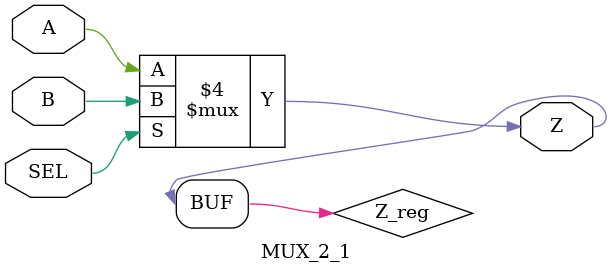
<source format=v>
`timescale 1ns / 1ps


module MUX_2_1(A, B, SEL, Z);
    input A, B, SEL;
    output Z;
    reg Z_reg;
    always @(*)
    begin
    if (SEL == 0)
        begin
            Z_reg<=A;
        end
    else
        begin
            Z_reg<=B;
        end
    end
    assign Z=Z_reg;
   // assign Z = SEL ? B:A;
endmodule

</source>
